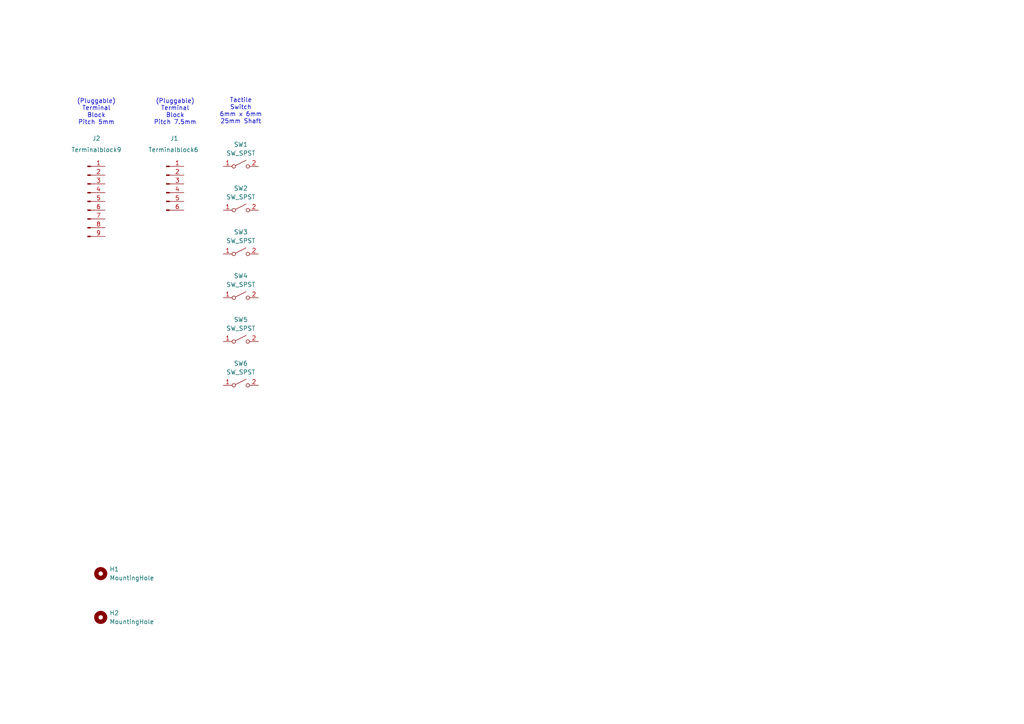
<source format=kicad_sch>
(kicad_sch (version 20231120) (generator "eeschema") (generator_version "8.0")
  (paper "A4")
  (lib_symbols
    (symbol "Connector:Conn_01x06_Pin" (pin_names (offset 1.016) hide)
      (property "Reference" "J" (at 0 7.62 0))
      (property "Value" "Conn_01x06_Pin" (at 0 -10.16 0))
      (symbol "Conn_01x06_Pin_1_1"
        (polyline (pts (xy 1.27 -7.62) (xy 0.8636 -7.62)) (stroke (width 0.1524)))
        (polyline (pts (xy 1.27 -5.08) (xy 0.8636 -5.08)) (stroke (width 0.1524)))
        (polyline (pts (xy 1.27 -2.54) (xy 0.8636 -2.54)) (stroke (width 0.1524)))
        (polyline (pts (xy 1.27 0) (xy 0.8636 0)) (stroke (width 0.1524)))
        (polyline (pts (xy 1.27 2.54) (xy 0.8636 2.54)) (stroke (width 0.1524)))
        (polyline (pts (xy 1.27 5.08) (xy 0.8636 5.08)) (stroke (width 0.1524)))
        (rectangle (start 0.8636 -7.493) (end 0 -7.747) (stroke (width 0.1524)) (fill (type outline)))
        (rectangle (start 0.8636 -4.953) (end 0 -5.207) (stroke (width 0.1524)) (fill (type outline)))
        (rectangle (start 0.8636 -2.413) (end 0 -2.667) (stroke (width 0.1524)) (fill (type outline)))
        (rectangle (start 0.8636 0.127) (end 0 -0.127) (stroke (width 0.1524)) (fill (type outline)))
        (rectangle (start 0.8636 2.667) (end 0 2.413) (stroke (width 0.1524)) (fill (type outline)))
        (rectangle (start 0.8636 5.207) (end 0 4.953) (stroke (width 0.1524)) (fill (type outline)))
        (pin passive line (at 5.08 5.08 180) (length 3.81) (name "Pin_1") (number "1"))
        (pin passive line (at 5.08 2.54 180) (length 3.81) (name "Pin_2") (number "2"))
        (pin passive line (at 5.08 0 180) (length 3.81) (name "Pin_3") (number "3"))
        (pin passive line (at 5.08 -2.54 180) (length 3.81) (name "Pin_4") (number "4"))
        (pin passive line (at 5.08 -5.08 180) (length 3.81) (name "Pin_5") (number "5"))
        (pin passive line (at 5.08 -7.62 180) (length 3.81) (name "Pin_6") (number "6"))
      )
    )
    (symbol "Connector:Conn_01x09_Pin" (pin_names (offset 1.016) hide)
      (property "Reference" "J" (at 0 12.7 0))
      (property "Value" "Conn_01x09_Pin" (at 0 -12.7 0))
      (symbol "Conn_01x09_Pin_1_1"
        (polyline (pts (xy 1.27 -10.16) (xy 0.8636 -10.16)) (stroke (width 0.1524)))
        (polyline (pts (xy 1.27 -7.62) (xy 0.8636 -7.62)) (stroke (width 0.1524)))
        (polyline (pts (xy 1.27 -5.08) (xy 0.8636 -5.08)) (stroke (width 0.1524)))
        (polyline (pts (xy 1.27 -2.54) (xy 0.8636 -2.54)) (stroke (width 0.1524)))
        (polyline (pts (xy 1.27 0) (xy 0.8636 0)) (stroke (width 0.1524)))
        (polyline (pts (xy 1.27 2.54) (xy 0.8636 2.54)) (stroke (width 0.1524)))
        (polyline (pts (xy 1.27 5.08) (xy 0.8636 5.08)) (stroke (width 0.1524)))
        (polyline (pts (xy 1.27 7.62) (xy 0.8636 7.62)) (stroke (width 0.1524)))
        (polyline (pts (xy 1.27 10.16) (xy 0.8636 10.16)) (stroke (width 0.1524)))
        (rectangle (start 0.8636 -10.033) (end 0 -10.287) (stroke (width 0.1524)) (fill (type outline)))
        (rectangle (start 0.8636 -7.493) (end 0 -7.747) (stroke (width 0.1524)) (fill (type outline)))
        (rectangle (start 0.8636 -4.953) (end 0 -5.207) (stroke (width 0.1524)) (fill (type outline)))
        (rectangle (start 0.8636 -2.413) (end 0 -2.667) (stroke (width 0.1524)) (fill (type outline)))
        (rectangle (start 0.8636 0.127) (end 0 -0.127) (stroke (width 0.1524)) (fill (type outline)))
        (rectangle (start 0.8636 2.667) (end 0 2.413) (stroke (width 0.1524)) (fill (type outline)))
        (rectangle (start 0.8636 5.207) (end 0 4.953) (stroke (width 0.1524)) (fill (type outline)))
        (rectangle (start 0.8636 7.747) (end 0 7.493) (stroke (width 0.1524)) (fill (type outline)))
        (rectangle (start 0.8636 10.287) (end 0 10.033) (stroke (width 0.1524)) (fill (type outline)))
        (pin passive line (at 5.08 10.16 180) (length 3.81) (name "Pin_1") (number "1"))
        (pin passive line (at 5.08 7.62 180) (length 3.81) (name "Pin_2") (number "2"))
        (pin passive line (at 5.08 5.08 180) (length 3.81) (name "Pin_3") (number "3"))
        (pin passive line (at 5.08 2.54 180) (length 3.81) (name "Pin_4") (number "4"))
        (pin passive line (at 5.08 0 180) (length 3.81) (name "Pin_5") (number "5"))
        (pin passive line (at 5.08 -2.54 180) (length 3.81) (name "Pin_6") (number "6"))
        (pin passive line (at 5.08 -5.08 180) (length 3.81) (name "Pin_7") (number "7"))
        (pin passive line (at 5.08 -7.62 180) (length 3.81) (name "Pin_8") (number "8"))
        (pin passive line (at 5.08 -10.16 180) (length 3.81) (name "Pin_9") (number "9"))
      )
    )
    (symbol "Mechanical:MountingHole" (pin_names (offset 1.016)) (exclude_from_sim yes) (in_bom no)
      (property "Reference" "H" (at 0 5.08 0))
      (property "Value" "MountingHole" (at 0 3.175 0))
      (symbol "MountingHole_0_1"
        (circle (center 0 0) (radius 1.27) (stroke (width 1.27)))
      )
    )
    (symbol "Switch:SW_SPST" (pin_names (offset 0) hide)
      (property "Reference" "SW" (at 0 3.175 0))
      (property "Value" "SW_SPST" (at 0 -2.54 0))
      (symbol "SW_SPST_0_0"
        (circle (center -2.032 0) (radius 0.508))
        (polyline (pts (xy -1.524 0.254) (xy 1.524 1.778)))
        (circle (center 2.032 0) (radius 0.508))
      )
      (symbol "SW_SPST_1_1"
        (pin passive line (at -5.08 0 0) (length 2.54) (name "A") (number "1"))
        (pin passive line (at 5.08 0 180) (length 2.54) (name "B") (number "2"))
      )
    )
  )
  (text "(Pluggable)\nTerminal\nBlock\nPitch 7.5mm" (at 50.8 32.512 0) (effects (font (size 1.27 1.27))))
  (text "Tactile\nSwitch\n6mm x 6mm\n25mm Shaft" (at 69.85 32.258 0) (effects (font (size 1.27 1.27))))
  (text "(Pluggable)\nTerminal\nBlock\nPitch 5mm" (at 27.94 32.512 0) (effects (font (size 1.27 1.27))))
  (symbol (lib_id "Switch:SW_SPST") (at 69.85 99.06 0) (unit 1)
    (property "Reference" "SW5" (at 69.85 92.71 0))
    (property "Value" "SW_SPST" (at 69.85 95.25 0))
    (property "Footprint" "Button_Switch_THT:SW_PUSH_6mm" (effects (hide yes)))
    (property "Description" "Single Pole Single Throw (SPST) switch" (effects (hide yes)))
  )
  (symbol (lib_id "Connector:Conn_01x06_Pin") (at 48.26 53.34 0) (unit 1)
    (property "Reference" "J1" (at 50.546 40.132 0))
    (property "Value" "Terminalblock6" (at 50.292 43.434 0))
    (property "Footprint" "Connector_Phoenix_GMSTB:PhoenixContact_GMSTBA_2,5_6-G_1x06_P7.50mm_Horizontal" (effects (hide yes)))
    (property "Description" "Generic connector, single row, 01x06, script generated" (effects (hide yes)))
  )
  (symbol (lib_id "Connector:Conn_01x09_Pin") (at 25.4 58.42 0) (unit 1)
    (property "Reference" "J2" (at 27.94 40.132 0))
    (property "Value" "Terminalblock9" (at 27.94 43.434 0))
    (property "Footprint" "Connector_Phoenix_MSTB:PhoenixContact_MSTBA_2,5_9-G_1x09_P5.00mm_Horizontal" (effects (hide yes)))
    (property "Description" "Generic connector, single row, 01x09, script generated" (effects (hide yes)))
  )
  (symbol (lib_id "Switch:SW_SPST") (at 69.85 48.26 0) (unit 1)
    (property "Reference" "SW1" (at 69.85 41.91 0))
    (property "Value" "SW_SPST" (at 69.85 44.45 0))
    (property "Footprint" "Button_Switch_THT:SW_PUSH_6mm" (effects (hide yes)))
    (property "Description" "Single Pole Single Throw (SPST) switch" (effects (hide yes)))
  )
  (symbol (lib_id "Switch:SW_SPST") (at 69.85 111.76 0) (unit 1)
    (property "Reference" "SW6" (at 69.85 105.41 0))
    (property "Value" "SW_SPST" (at 69.85 107.95 0))
    (property "Footprint" "Button_Switch_THT:SW_PUSH_6mm" (effects (hide yes)))
    (property "Description" "Single Pole Single Throw (SPST) switch" (effects (hide yes)))
  )
  (symbol (lib_id "Switch:SW_SPST") (at 69.85 86.36 0) (unit 1)
    (property "Reference" "SW4" (at 69.85 80.01 0))
    (property "Value" "SW_SPST" (at 69.85 82.55 0))
    (property "Footprint" "Button_Switch_THT:SW_PUSH_6mm" (effects (hide yes)))
    (property "Description" "Single Pole Single Throw (SPST) switch" (effects (hide yes)))
  )
  (symbol (lib_id "Switch:SW_SPST") (at 69.85 73.66 0) (unit 1)
    (property "Reference" "SW3" (at 69.85 67.31 0))
    (property "Value" "SW_SPST" (at 69.85 69.85 0))
    (property "Footprint" "Button_Switch_THT:SW_PUSH_6mm" (effects (hide yes)))
    (property "Description" "Single Pole Single Throw (SPST) switch" (effects (hide yes)))
  )
  (symbol (lib_id "Switch:SW_SPST") (at 69.85 60.96 0) (unit 1)
    (property "Reference" "SW2" (at 69.85 54.61 0))
    (property "Value" "SW_SPST" (at 69.85 57.15 0))
    (property "Footprint" "Button_Switch_THT:SW_PUSH_6mm" (effects (hide yes)))
    (property "Description" "Single Pole Single Throw (SPST) switch" (effects (hide yes)))
  )
  (symbol (lib_id "Mechanical:MountingHole") (at 29.21 166.37 0) (unit 1) (exclude_from_sim yes) (in_bom no)
    (property "Reference" "H1" (at 31.75 165.0999 0) (effects (justify left)))
    (property "Value" "MountingHole" (at 31.75 167.6399 0) (effects (justify left)))
    (property "Footprint" "MountingHole:MountingHole_3.2mm_M3" (effects (hide yes)))
    (property "Description" "Mounting Hole without connection" (effects (hide yes)))
  )
  (symbol (lib_id "Mechanical:MountingHole") (at 29.21 179.07 0) (unit 1) (exclude_from_sim yes) (in_bom no)
    (property "Reference" "H2" (at 31.75 177.7999 0) (effects (justify left)))
    (property "Value" "MountingHole" (at 31.75 180.3399 0) (effects (justify left)))
    (property "Footprint" "MountingHole:MountingHole_3.2mm_M3" (effects (hide yes)))
    (property "Description" "Mounting Hole without connection" (effects (hide yes)))
  )
)
</source>
